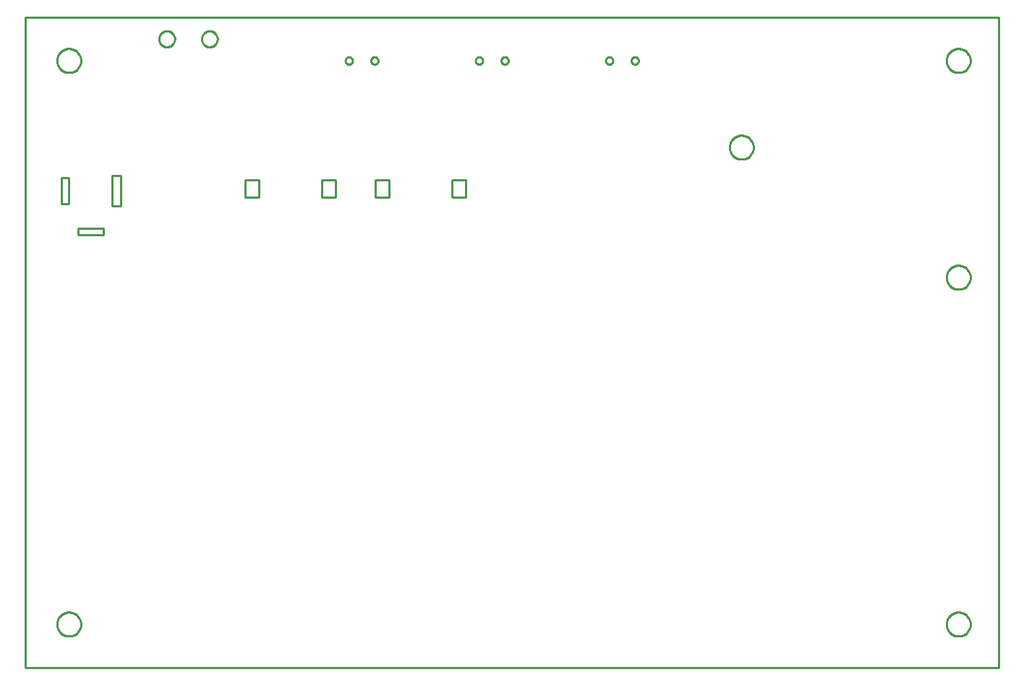
<source format=gbr>
G04 EAGLE Gerber X2 export*
%TF.Part,Single*%
%TF.FileFunction,Profile,NP*%
%TF.FilePolarity,Positive*%
%TF.GenerationSoftware,Autodesk,EAGLE,9.1.2*%
%TF.CreationDate,2019-11-04T22:46:01Z*%
G75*
%MOMM*%
%FSLAX34Y34*%
%LPD*%
%AMOC8*
5,1,8,0,0,1.08239X$1,22.5*%
G01*
%ADD10C,0.254000*%


D10*
X0Y0D02*
X1139700Y0D01*
X1139700Y761900D01*
X0Y761900D01*
X0Y0D01*
X61200Y506800D02*
X91200Y506800D01*
X91200Y514800D01*
X61200Y514800D01*
X61200Y506800D01*
X42200Y543800D02*
X50200Y543800D01*
X50200Y573800D01*
X42200Y573800D01*
X42200Y543800D01*
X101200Y541300D02*
X111200Y541300D01*
X111200Y576300D01*
X101200Y576300D01*
X101200Y541300D01*
X409280Y550840D02*
X425280Y550840D01*
X425280Y571840D01*
X409280Y571840D01*
X409280Y550840D01*
X499280Y550840D02*
X515280Y550840D01*
X515280Y571840D01*
X499280Y571840D01*
X499280Y550840D01*
X346880Y550840D02*
X362880Y550840D01*
X362880Y571840D01*
X346880Y571840D01*
X346880Y550840D01*
X256880Y550840D02*
X272880Y550840D01*
X272880Y571840D01*
X256880Y571840D01*
X256880Y550840D01*
X64800Y50300D02*
X64729Y49303D01*
X64586Y48313D01*
X64374Y47336D01*
X64092Y46376D01*
X63743Y45439D01*
X63327Y44529D01*
X62848Y43652D01*
X62307Y42810D01*
X61708Y42010D01*
X61053Y41254D01*
X60346Y40547D01*
X59590Y39892D01*
X58790Y39293D01*
X57948Y38752D01*
X57071Y38273D01*
X56161Y37857D01*
X55224Y37508D01*
X54265Y37226D01*
X53287Y37014D01*
X52298Y36871D01*
X51300Y36800D01*
X50300Y36800D01*
X49303Y36871D01*
X48313Y37014D01*
X47336Y37226D01*
X46376Y37508D01*
X45439Y37857D01*
X44529Y38273D01*
X43652Y38752D01*
X42810Y39293D01*
X42010Y39892D01*
X41254Y40547D01*
X40547Y41254D01*
X39892Y42010D01*
X39293Y42810D01*
X38752Y43652D01*
X38273Y44529D01*
X37857Y45439D01*
X37508Y46376D01*
X37226Y47336D01*
X37014Y48313D01*
X36871Y49303D01*
X36800Y50300D01*
X36800Y51300D01*
X36871Y52298D01*
X37014Y53287D01*
X37226Y54265D01*
X37508Y55224D01*
X37857Y56161D01*
X38273Y57071D01*
X38752Y57948D01*
X39293Y58790D01*
X39892Y59590D01*
X40547Y60346D01*
X41254Y61053D01*
X42010Y61708D01*
X42810Y62307D01*
X43652Y62848D01*
X44529Y63327D01*
X45439Y63743D01*
X46376Y64092D01*
X47336Y64374D01*
X48313Y64586D01*
X49303Y64729D01*
X50300Y64800D01*
X51300Y64800D01*
X52298Y64729D01*
X53287Y64586D01*
X54265Y64374D01*
X55224Y64092D01*
X56161Y63743D01*
X57071Y63327D01*
X57948Y62848D01*
X58790Y62307D01*
X59590Y61708D01*
X60346Y61053D01*
X61053Y60346D01*
X61708Y59590D01*
X62307Y58790D01*
X62848Y57948D01*
X63327Y57071D01*
X63743Y56161D01*
X64092Y55224D01*
X64374Y54265D01*
X64586Y53287D01*
X64729Y52298D01*
X64800Y51300D01*
X64800Y50300D01*
X1106200Y710700D02*
X1106129Y709703D01*
X1105986Y708713D01*
X1105774Y707736D01*
X1105492Y706776D01*
X1105143Y705839D01*
X1104727Y704929D01*
X1104248Y704052D01*
X1103707Y703210D01*
X1103108Y702410D01*
X1102453Y701654D01*
X1101746Y700947D01*
X1100990Y700292D01*
X1100190Y699693D01*
X1099348Y699152D01*
X1098471Y698673D01*
X1097561Y698257D01*
X1096624Y697908D01*
X1095665Y697626D01*
X1094687Y697414D01*
X1093698Y697271D01*
X1092700Y697200D01*
X1091700Y697200D01*
X1090703Y697271D01*
X1089713Y697414D01*
X1088736Y697626D01*
X1087776Y697908D01*
X1086839Y698257D01*
X1085929Y698673D01*
X1085052Y699152D01*
X1084210Y699693D01*
X1083410Y700292D01*
X1082654Y700947D01*
X1081947Y701654D01*
X1081292Y702410D01*
X1080693Y703210D01*
X1080152Y704052D01*
X1079673Y704929D01*
X1079257Y705839D01*
X1078908Y706776D01*
X1078626Y707736D01*
X1078414Y708713D01*
X1078271Y709703D01*
X1078200Y710700D01*
X1078200Y711700D01*
X1078271Y712698D01*
X1078414Y713687D01*
X1078626Y714665D01*
X1078908Y715624D01*
X1079257Y716561D01*
X1079673Y717471D01*
X1080152Y718348D01*
X1080693Y719190D01*
X1081292Y719990D01*
X1081947Y720746D01*
X1082654Y721453D01*
X1083410Y722108D01*
X1084210Y722707D01*
X1085052Y723248D01*
X1085929Y723727D01*
X1086839Y724143D01*
X1087776Y724492D01*
X1088736Y724774D01*
X1089713Y724986D01*
X1090703Y725129D01*
X1091700Y725200D01*
X1092700Y725200D01*
X1093698Y725129D01*
X1094687Y724986D01*
X1095665Y724774D01*
X1096624Y724492D01*
X1097561Y724143D01*
X1098471Y723727D01*
X1099348Y723248D01*
X1100190Y722707D01*
X1100990Y722108D01*
X1101746Y721453D01*
X1102453Y720746D01*
X1103108Y719990D01*
X1103707Y719190D01*
X1104248Y718348D01*
X1104727Y717471D01*
X1105143Y716561D01*
X1105492Y715624D01*
X1105774Y714665D01*
X1105986Y713687D01*
X1106129Y712698D01*
X1106200Y711700D01*
X1106200Y710700D01*
X1106200Y50300D02*
X1106129Y49303D01*
X1105986Y48313D01*
X1105774Y47336D01*
X1105492Y46376D01*
X1105143Y45439D01*
X1104727Y44529D01*
X1104248Y43652D01*
X1103707Y42810D01*
X1103108Y42010D01*
X1102453Y41254D01*
X1101746Y40547D01*
X1100990Y39892D01*
X1100190Y39293D01*
X1099348Y38752D01*
X1098471Y38273D01*
X1097561Y37857D01*
X1096624Y37508D01*
X1095665Y37226D01*
X1094687Y37014D01*
X1093698Y36871D01*
X1092700Y36800D01*
X1091700Y36800D01*
X1090703Y36871D01*
X1089713Y37014D01*
X1088736Y37226D01*
X1087776Y37508D01*
X1086839Y37857D01*
X1085929Y38273D01*
X1085052Y38752D01*
X1084210Y39293D01*
X1083410Y39892D01*
X1082654Y40547D01*
X1081947Y41254D01*
X1081292Y42010D01*
X1080693Y42810D01*
X1080152Y43652D01*
X1079673Y44529D01*
X1079257Y45439D01*
X1078908Y46376D01*
X1078626Y47336D01*
X1078414Y48313D01*
X1078271Y49303D01*
X1078200Y50300D01*
X1078200Y51300D01*
X1078271Y52298D01*
X1078414Y53287D01*
X1078626Y54265D01*
X1078908Y55224D01*
X1079257Y56161D01*
X1079673Y57071D01*
X1080152Y57948D01*
X1080693Y58790D01*
X1081292Y59590D01*
X1081947Y60346D01*
X1082654Y61053D01*
X1083410Y61708D01*
X1084210Y62307D01*
X1085052Y62848D01*
X1085929Y63327D01*
X1086839Y63743D01*
X1087776Y64092D01*
X1088736Y64374D01*
X1089713Y64586D01*
X1090703Y64729D01*
X1091700Y64800D01*
X1092700Y64800D01*
X1093698Y64729D01*
X1094687Y64586D01*
X1095665Y64374D01*
X1096624Y64092D01*
X1097561Y63743D01*
X1098471Y63327D01*
X1099348Y62848D01*
X1100190Y62307D01*
X1100990Y61708D01*
X1101746Y61053D01*
X1102453Y60346D01*
X1103108Y59590D01*
X1103707Y58790D01*
X1104248Y57948D01*
X1104727Y57071D01*
X1105143Y56161D01*
X1105492Y55224D01*
X1105774Y54265D01*
X1105986Y53287D01*
X1106129Y52298D01*
X1106200Y51300D01*
X1106200Y50300D01*
X64800Y710700D02*
X64729Y709703D01*
X64586Y708713D01*
X64374Y707736D01*
X64092Y706776D01*
X63743Y705839D01*
X63327Y704929D01*
X62848Y704052D01*
X62307Y703210D01*
X61708Y702410D01*
X61053Y701654D01*
X60346Y700947D01*
X59590Y700292D01*
X58790Y699693D01*
X57948Y699152D01*
X57071Y698673D01*
X56161Y698257D01*
X55224Y697908D01*
X54265Y697626D01*
X53287Y697414D01*
X52298Y697271D01*
X51300Y697200D01*
X50300Y697200D01*
X49303Y697271D01*
X48313Y697414D01*
X47336Y697626D01*
X46376Y697908D01*
X45439Y698257D01*
X44529Y698673D01*
X43652Y699152D01*
X42810Y699693D01*
X42010Y700292D01*
X41254Y700947D01*
X40547Y701654D01*
X39892Y702410D01*
X39293Y703210D01*
X38752Y704052D01*
X38273Y704929D01*
X37857Y705839D01*
X37508Y706776D01*
X37226Y707736D01*
X37014Y708713D01*
X36871Y709703D01*
X36800Y710700D01*
X36800Y711700D01*
X36871Y712698D01*
X37014Y713687D01*
X37226Y714665D01*
X37508Y715624D01*
X37857Y716561D01*
X38273Y717471D01*
X38752Y718348D01*
X39293Y719190D01*
X39892Y719990D01*
X40547Y720746D01*
X41254Y721453D01*
X42010Y722108D01*
X42810Y722707D01*
X43652Y723248D01*
X44529Y723727D01*
X45439Y724143D01*
X46376Y724492D01*
X47336Y724774D01*
X48313Y724986D01*
X49303Y725129D01*
X50300Y725200D01*
X51300Y725200D01*
X52298Y725129D01*
X53287Y724986D01*
X54265Y724774D01*
X55224Y724492D01*
X56161Y724143D01*
X57071Y723727D01*
X57948Y723248D01*
X58790Y722707D01*
X59590Y722108D01*
X60346Y721453D01*
X61053Y720746D01*
X61708Y719990D01*
X62307Y719190D01*
X62848Y718348D01*
X63327Y717471D01*
X63743Y716561D01*
X64092Y715624D01*
X64374Y714665D01*
X64586Y713687D01*
X64729Y712698D01*
X64800Y711700D01*
X64800Y710700D01*
X565350Y710921D02*
X565277Y710369D01*
X565133Y709831D01*
X564920Y709316D01*
X564641Y708834D01*
X564302Y708392D01*
X563908Y707998D01*
X563466Y707659D01*
X562984Y707380D01*
X562469Y707167D01*
X561931Y707023D01*
X561379Y706950D01*
X560821Y706950D01*
X560269Y707023D01*
X559731Y707167D01*
X559216Y707380D01*
X558734Y707659D01*
X558292Y707998D01*
X557898Y708392D01*
X557559Y708834D01*
X557280Y709316D01*
X557067Y709831D01*
X556923Y710369D01*
X556850Y710921D01*
X556850Y711479D01*
X556923Y712031D01*
X557067Y712569D01*
X557280Y713084D01*
X557559Y713566D01*
X557898Y714008D01*
X558292Y714402D01*
X558734Y714741D01*
X559216Y715020D01*
X559731Y715233D01*
X560269Y715377D01*
X560821Y715450D01*
X561379Y715450D01*
X561931Y715377D01*
X562469Y715233D01*
X562984Y715020D01*
X563466Y714741D01*
X563908Y714402D01*
X564302Y714008D01*
X564641Y713566D01*
X564920Y713084D01*
X565133Y712569D01*
X565277Y712031D01*
X565350Y711479D01*
X565350Y710921D01*
X535350Y710921D02*
X535277Y710369D01*
X535133Y709831D01*
X534920Y709316D01*
X534641Y708834D01*
X534302Y708392D01*
X533908Y707998D01*
X533466Y707659D01*
X532984Y707380D01*
X532469Y707167D01*
X531931Y707023D01*
X531379Y706950D01*
X530821Y706950D01*
X530269Y707023D01*
X529731Y707167D01*
X529216Y707380D01*
X528734Y707659D01*
X528292Y707998D01*
X527898Y708392D01*
X527559Y708834D01*
X527280Y709316D01*
X527067Y709831D01*
X526923Y710369D01*
X526850Y710921D01*
X526850Y711479D01*
X526923Y712031D01*
X527067Y712569D01*
X527280Y713084D01*
X527559Y713566D01*
X527898Y714008D01*
X528292Y714402D01*
X528734Y714741D01*
X529216Y715020D01*
X529731Y715233D01*
X530269Y715377D01*
X530821Y715450D01*
X531379Y715450D01*
X531931Y715377D01*
X532469Y715233D01*
X532984Y715020D01*
X533466Y714741D01*
X533908Y714402D01*
X534302Y714008D01*
X534641Y713566D01*
X534920Y713084D01*
X535133Y712569D01*
X535277Y712031D01*
X535350Y711479D01*
X535350Y710921D01*
X412950Y710921D02*
X412877Y710369D01*
X412733Y709831D01*
X412520Y709316D01*
X412241Y708834D01*
X411902Y708392D01*
X411508Y707998D01*
X411066Y707659D01*
X410584Y707380D01*
X410069Y707167D01*
X409531Y707023D01*
X408979Y706950D01*
X408421Y706950D01*
X407869Y707023D01*
X407331Y707167D01*
X406816Y707380D01*
X406334Y707659D01*
X405892Y707998D01*
X405498Y708392D01*
X405159Y708834D01*
X404880Y709316D01*
X404667Y709831D01*
X404523Y710369D01*
X404450Y710921D01*
X404450Y711479D01*
X404523Y712031D01*
X404667Y712569D01*
X404880Y713084D01*
X405159Y713566D01*
X405498Y714008D01*
X405892Y714402D01*
X406334Y714741D01*
X406816Y715020D01*
X407331Y715233D01*
X407869Y715377D01*
X408421Y715450D01*
X408979Y715450D01*
X409531Y715377D01*
X410069Y715233D01*
X410584Y715020D01*
X411066Y714741D01*
X411508Y714402D01*
X411902Y714008D01*
X412241Y713566D01*
X412520Y713084D01*
X412733Y712569D01*
X412877Y712031D01*
X412950Y711479D01*
X412950Y710921D01*
X382950Y710921D02*
X382877Y710369D01*
X382733Y709831D01*
X382520Y709316D01*
X382241Y708834D01*
X381902Y708392D01*
X381508Y707998D01*
X381066Y707659D01*
X380584Y707380D01*
X380069Y707167D01*
X379531Y707023D01*
X378979Y706950D01*
X378421Y706950D01*
X377869Y707023D01*
X377331Y707167D01*
X376816Y707380D01*
X376334Y707659D01*
X375892Y707998D01*
X375498Y708392D01*
X375159Y708834D01*
X374880Y709316D01*
X374667Y709831D01*
X374523Y710369D01*
X374450Y710921D01*
X374450Y711479D01*
X374523Y712031D01*
X374667Y712569D01*
X374880Y713084D01*
X375159Y713566D01*
X375498Y714008D01*
X375892Y714402D01*
X376334Y714741D01*
X376816Y715020D01*
X377331Y715233D01*
X377869Y715377D01*
X378421Y715450D01*
X378979Y715450D01*
X379531Y715377D01*
X380069Y715233D01*
X380584Y715020D01*
X381066Y714741D01*
X381508Y714402D01*
X381902Y714008D01*
X382241Y713566D01*
X382520Y713084D01*
X382733Y712569D01*
X382877Y712031D01*
X382950Y711479D01*
X382950Y710921D01*
X717750Y710921D02*
X717677Y710369D01*
X717533Y709831D01*
X717320Y709316D01*
X717041Y708834D01*
X716702Y708392D01*
X716308Y707998D01*
X715866Y707659D01*
X715384Y707380D01*
X714869Y707167D01*
X714331Y707023D01*
X713779Y706950D01*
X713221Y706950D01*
X712669Y707023D01*
X712131Y707167D01*
X711616Y707380D01*
X711134Y707659D01*
X710692Y707998D01*
X710298Y708392D01*
X709959Y708834D01*
X709680Y709316D01*
X709467Y709831D01*
X709323Y710369D01*
X709250Y710921D01*
X709250Y711479D01*
X709323Y712031D01*
X709467Y712569D01*
X709680Y713084D01*
X709959Y713566D01*
X710298Y714008D01*
X710692Y714402D01*
X711134Y714741D01*
X711616Y715020D01*
X712131Y715233D01*
X712669Y715377D01*
X713221Y715450D01*
X713779Y715450D01*
X714331Y715377D01*
X714869Y715233D01*
X715384Y715020D01*
X715866Y714741D01*
X716308Y714402D01*
X716702Y714008D01*
X717041Y713566D01*
X717320Y713084D01*
X717533Y712569D01*
X717677Y712031D01*
X717750Y711479D01*
X717750Y710921D01*
X687750Y710921D02*
X687677Y710369D01*
X687533Y709831D01*
X687320Y709316D01*
X687041Y708834D01*
X686702Y708392D01*
X686308Y707998D01*
X685866Y707659D01*
X685384Y707380D01*
X684869Y707167D01*
X684331Y707023D01*
X683779Y706950D01*
X683221Y706950D01*
X682669Y707023D01*
X682131Y707167D01*
X681616Y707380D01*
X681134Y707659D01*
X680692Y707998D01*
X680298Y708392D01*
X679959Y708834D01*
X679680Y709316D01*
X679467Y709831D01*
X679323Y710369D01*
X679250Y710921D01*
X679250Y711479D01*
X679323Y712031D01*
X679467Y712569D01*
X679680Y713084D01*
X679959Y713566D01*
X680298Y714008D01*
X680692Y714402D01*
X681134Y714741D01*
X681616Y715020D01*
X682131Y715233D01*
X682669Y715377D01*
X683221Y715450D01*
X683779Y715450D01*
X684331Y715377D01*
X684869Y715233D01*
X685384Y715020D01*
X685866Y714741D01*
X686308Y714402D01*
X686702Y714008D01*
X687041Y713566D01*
X687320Y713084D01*
X687533Y712569D01*
X687677Y712031D01*
X687750Y711479D01*
X687750Y710921D01*
X224750Y736196D02*
X224680Y735391D01*
X224539Y734596D01*
X224330Y733816D01*
X224054Y733057D01*
X223713Y732325D01*
X223309Y731625D01*
X222846Y730964D01*
X222326Y730345D01*
X221755Y729774D01*
X221136Y729255D01*
X220475Y728791D01*
X219775Y728387D01*
X219043Y728046D01*
X218284Y727770D01*
X217504Y727561D01*
X216709Y727420D01*
X215904Y727350D01*
X215096Y727350D01*
X214291Y727420D01*
X213496Y727561D01*
X212716Y727770D01*
X211957Y728046D01*
X211225Y728387D01*
X210525Y728791D01*
X209864Y729255D01*
X209245Y729774D01*
X208674Y730345D01*
X208155Y730964D01*
X207691Y731625D01*
X207287Y732325D01*
X206946Y733057D01*
X206670Y733816D01*
X206461Y734596D01*
X206320Y735391D01*
X206250Y736196D01*
X206250Y737004D01*
X206320Y737809D01*
X206461Y738604D01*
X206670Y739384D01*
X206946Y740143D01*
X207287Y740875D01*
X207691Y741575D01*
X208155Y742236D01*
X208674Y742855D01*
X209245Y743426D01*
X209864Y743946D01*
X210525Y744409D01*
X211225Y744813D01*
X211957Y745154D01*
X212716Y745430D01*
X213496Y745639D01*
X214291Y745780D01*
X215096Y745850D01*
X215904Y745850D01*
X216709Y745780D01*
X217504Y745639D01*
X218284Y745430D01*
X219043Y745154D01*
X219775Y744813D01*
X220475Y744409D01*
X221136Y743946D01*
X221755Y743426D01*
X222326Y742855D01*
X222846Y742236D01*
X223309Y741575D01*
X223713Y740875D01*
X224054Y740143D01*
X224330Y739384D01*
X224539Y738604D01*
X224680Y737809D01*
X224750Y737004D01*
X224750Y736196D01*
X174750Y736196D02*
X174680Y735391D01*
X174539Y734596D01*
X174330Y733816D01*
X174054Y733057D01*
X173713Y732325D01*
X173309Y731625D01*
X172846Y730964D01*
X172326Y730345D01*
X171755Y729774D01*
X171136Y729255D01*
X170475Y728791D01*
X169775Y728387D01*
X169043Y728046D01*
X168284Y727770D01*
X167504Y727561D01*
X166709Y727420D01*
X165904Y727350D01*
X165096Y727350D01*
X164291Y727420D01*
X163496Y727561D01*
X162716Y727770D01*
X161957Y728046D01*
X161225Y728387D01*
X160525Y728791D01*
X159864Y729255D01*
X159245Y729774D01*
X158674Y730345D01*
X158155Y730964D01*
X157691Y731625D01*
X157287Y732325D01*
X156946Y733057D01*
X156670Y733816D01*
X156461Y734596D01*
X156320Y735391D01*
X156250Y736196D01*
X156250Y737004D01*
X156320Y737809D01*
X156461Y738604D01*
X156670Y739384D01*
X156946Y740143D01*
X157287Y740875D01*
X157691Y741575D01*
X158155Y742236D01*
X158674Y742855D01*
X159245Y743426D01*
X159864Y743946D01*
X160525Y744409D01*
X161225Y744813D01*
X161957Y745154D01*
X162716Y745430D01*
X163496Y745639D01*
X164291Y745780D01*
X165096Y745850D01*
X165904Y745850D01*
X166709Y745780D01*
X167504Y745639D01*
X168284Y745430D01*
X169043Y745154D01*
X169775Y744813D01*
X170475Y744409D01*
X171136Y743946D01*
X171755Y743426D01*
X172326Y742855D01*
X172846Y742236D01*
X173309Y741575D01*
X173713Y740875D01*
X174054Y740143D01*
X174330Y739384D01*
X174539Y738604D01*
X174680Y737809D01*
X174750Y737004D01*
X174750Y736196D01*
X1106200Y456700D02*
X1106129Y455703D01*
X1105986Y454713D01*
X1105774Y453736D01*
X1105492Y452776D01*
X1105143Y451839D01*
X1104727Y450929D01*
X1104248Y450052D01*
X1103707Y449210D01*
X1103108Y448410D01*
X1102453Y447654D01*
X1101746Y446947D01*
X1100990Y446292D01*
X1100190Y445693D01*
X1099348Y445152D01*
X1098471Y444673D01*
X1097561Y444257D01*
X1096624Y443908D01*
X1095665Y443626D01*
X1094687Y443414D01*
X1093698Y443271D01*
X1092700Y443200D01*
X1091700Y443200D01*
X1090703Y443271D01*
X1089713Y443414D01*
X1088736Y443626D01*
X1087776Y443908D01*
X1086839Y444257D01*
X1085929Y444673D01*
X1085052Y445152D01*
X1084210Y445693D01*
X1083410Y446292D01*
X1082654Y446947D01*
X1081947Y447654D01*
X1081292Y448410D01*
X1080693Y449210D01*
X1080152Y450052D01*
X1079673Y450929D01*
X1079257Y451839D01*
X1078908Y452776D01*
X1078626Y453736D01*
X1078414Y454713D01*
X1078271Y455703D01*
X1078200Y456700D01*
X1078200Y457700D01*
X1078271Y458698D01*
X1078414Y459687D01*
X1078626Y460665D01*
X1078908Y461624D01*
X1079257Y462561D01*
X1079673Y463471D01*
X1080152Y464348D01*
X1080693Y465190D01*
X1081292Y465990D01*
X1081947Y466746D01*
X1082654Y467453D01*
X1083410Y468108D01*
X1084210Y468707D01*
X1085052Y469248D01*
X1085929Y469727D01*
X1086839Y470143D01*
X1087776Y470492D01*
X1088736Y470774D01*
X1089713Y470986D01*
X1090703Y471129D01*
X1091700Y471200D01*
X1092700Y471200D01*
X1093698Y471129D01*
X1094687Y470986D01*
X1095665Y470774D01*
X1096624Y470492D01*
X1097561Y470143D01*
X1098471Y469727D01*
X1099348Y469248D01*
X1100190Y468707D01*
X1100990Y468108D01*
X1101746Y467453D01*
X1102453Y466746D01*
X1103108Y465990D01*
X1103707Y465190D01*
X1104248Y464348D01*
X1104727Y463471D01*
X1105143Y462561D01*
X1105492Y461624D01*
X1105774Y460665D01*
X1105986Y459687D01*
X1106129Y458698D01*
X1106200Y457700D01*
X1106200Y456700D01*
X852200Y609100D02*
X852129Y608103D01*
X851986Y607113D01*
X851774Y606136D01*
X851492Y605176D01*
X851143Y604239D01*
X850727Y603329D01*
X850248Y602452D01*
X849707Y601610D01*
X849108Y600810D01*
X848453Y600054D01*
X847746Y599347D01*
X846990Y598692D01*
X846190Y598093D01*
X845348Y597552D01*
X844471Y597073D01*
X843561Y596657D01*
X842624Y596308D01*
X841665Y596026D01*
X840687Y595814D01*
X839698Y595671D01*
X838700Y595600D01*
X837700Y595600D01*
X836703Y595671D01*
X835713Y595814D01*
X834736Y596026D01*
X833776Y596308D01*
X832839Y596657D01*
X831929Y597073D01*
X831052Y597552D01*
X830210Y598093D01*
X829410Y598692D01*
X828654Y599347D01*
X827947Y600054D01*
X827292Y600810D01*
X826693Y601610D01*
X826152Y602452D01*
X825673Y603329D01*
X825257Y604239D01*
X824908Y605176D01*
X824626Y606136D01*
X824414Y607113D01*
X824271Y608103D01*
X824200Y609100D01*
X824200Y610100D01*
X824271Y611098D01*
X824414Y612087D01*
X824626Y613065D01*
X824908Y614024D01*
X825257Y614961D01*
X825673Y615871D01*
X826152Y616748D01*
X826693Y617590D01*
X827292Y618390D01*
X827947Y619146D01*
X828654Y619853D01*
X829410Y620508D01*
X830210Y621107D01*
X831052Y621648D01*
X831929Y622127D01*
X832839Y622543D01*
X833776Y622892D01*
X834736Y623174D01*
X835713Y623386D01*
X836703Y623529D01*
X837700Y623600D01*
X838700Y623600D01*
X839698Y623529D01*
X840687Y623386D01*
X841665Y623174D01*
X842624Y622892D01*
X843561Y622543D01*
X844471Y622127D01*
X845348Y621648D01*
X846190Y621107D01*
X846990Y620508D01*
X847746Y619853D01*
X848453Y619146D01*
X849108Y618390D01*
X849707Y617590D01*
X850248Y616748D01*
X850727Y615871D01*
X851143Y614961D01*
X851492Y614024D01*
X851774Y613065D01*
X851986Y612087D01*
X852129Y611098D01*
X852200Y610100D01*
X852200Y609100D01*
M02*

</source>
